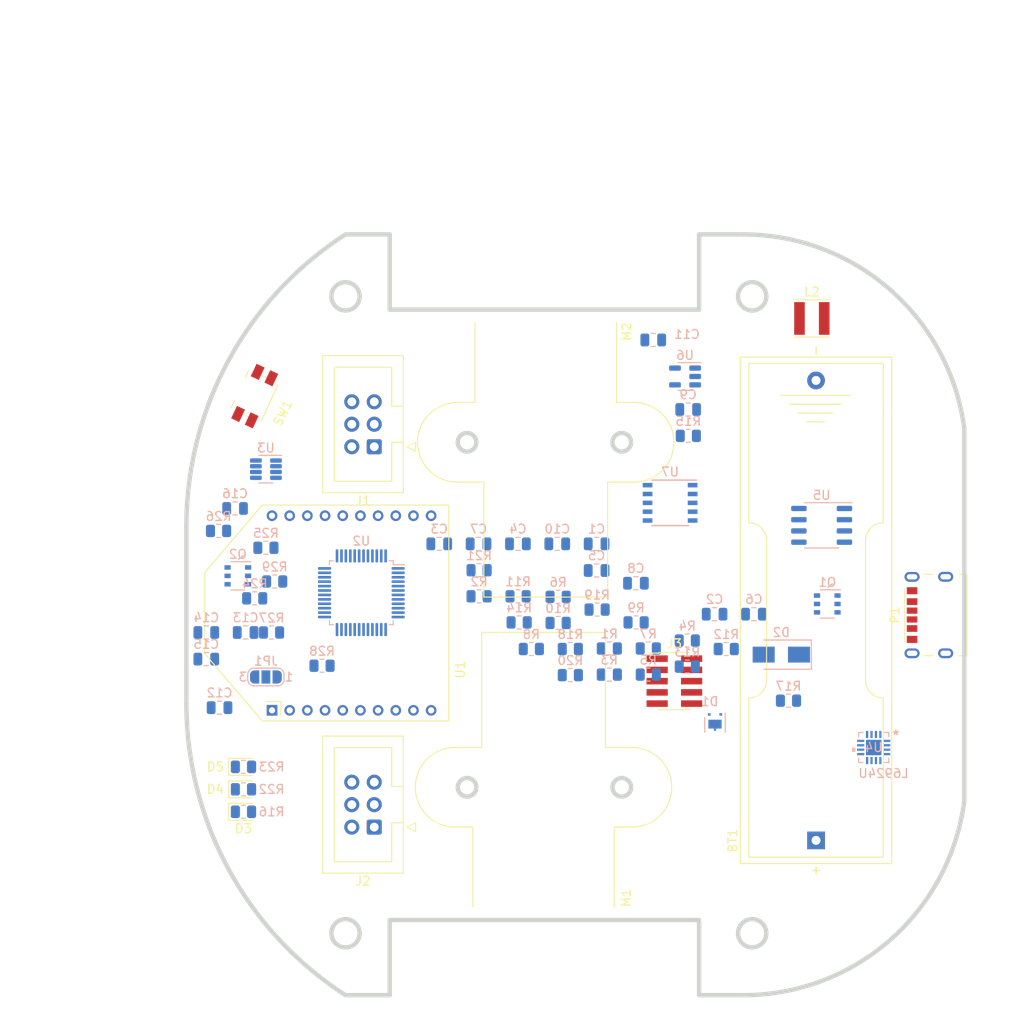
<source format=kicad_pcb>
(kicad_pcb (version 20211014) (generator pcbnew)
  (layers (0 "F.Cu" signal) (31 "B.Cu" signal) (34 "B.Paste" user) (35 "F.Paste" user) (36 "B.SilkS" user "B.Silkscreen") (37 "F.SilkS" user "F.Silkscreen") (38 "B.Mask" user) (39 "F.Mask" user) (44 "Edge.Cuts" user))
  (net 0 "")
  (net 1 "+BATT")
  (net 2 "GND")
  (net 3 "Net-(C1-Pad1)")
  (net 4 "Net-(C2-Pad1)")
  (net 5 "VBUS")
  (net 6 "Net-(C4-Pad1)")
  (net 7 "Net-(C5-Pad1)")
  (net 8 "Net-(C5-Pad2)")
  (net 9 "+2V5")
  (net 10 "+5V")
  (net 11 "Net-(D1-Pad2)")
  (net 12 "Net-(C9-Pad1)")
  (net 15 "Net-(Q1-Pad3)")
  (net 16 "Net-(D2-Pad2)")
  (net 17 "/Cpu/RESET")
  (net 18 "Net-(J2-Pad3)")
  (net 19 "Net-(R2-Pad2)")
  (net 20 "Net-(R7-Pad1)")
  (net 21 "Net-(R7-Pad2)")
  (net 22 "Net-(R10-Pad1)")
  (net 23 "Net-(R12-Pad1)")
  (net 24 "Net-(R13-Pad1)")
  (net 25 "Net-(R14-Pad1)")
  (net 26 "Net-(R21-Pad1)")
  (net 27 "/Cpu/OUTGAUCHE_A")
  (net 28 "/Cpu/OUTGAUCHE_B")
  (net 29 "/Cpu/OUTDROIT_A")
  (net 31 "/Cpu/OUTDROIT_B")
  (net 34 "Net-(SW1-Pad2)")
  (net 36 "Net-(D3-Pad2)")
  (net 40 "Net-(D4-Pad2)")
  (net 47 "Net-(D5-Pad2)")
  (net 48 "/Cpu/ENCGAUCHE_A")
  (net 49 "/Cpu/ENCGAUCHE_B")
  (net 50 "/Cpu/ENCDROIT_A")
  (net 51 "/Cpu/ENCDROIT_B")
  (net 52 "/Cpu/LED_ROUGE")
  (net 53 "/Cpu/LED_ORANGE")
  (net 54 "/Cpu/LED_VERTE")
  (net 55 "/Cpu/USART_RX")
  (net 62 "/Cpu/USART_TX")
  (net 63 "/Cpu/XBEE_RESET")
  (net 67 "Net-(JP1-Pad2)")
  (net 70 "Net-(Q2-Pad3)")
  (net 71 "/Cpu/CHARGER_ST1")
  (net 73 "/Cpu/SHUTDOWN")
  (net 74 "/Cpu/CHARGER_ST2")
  (net 75 "/Cpu/PWM_GAUCHE_A")
  (net 76 "/Cpu/PWM_GAUCHE_B")
  (net 77 "/Cpu/BUTTON_SENSE")
  (net 78 "/Cpu/USB_SENSE")
  (net 79 "/Cpu/BATTERY_SENSE")
  (net 80 "/Cpu/SHUTDOWN_ENC")
  (net 81 "Net-(U2-Pad44)")
  (net 86 "/Cpu/SWDIO")
  (net 87 "/Cpu/PWM_DROIT_A")
  (net 88 "/Cpu/PWM_DROIT_B")
  (net 89 "/Cpu/SWCLK")
  (net 90 "/Cpu/SHUTDOWN_5V")
  (net 92 "Net-(C6-Pad1)")
  (footprint "INSA:Motor Pololu HPCB with encoder" (layer "F.Cu") (at 150.15 150 90)
    (fp_text reference "M1" (at 12 9.35 90 unlocked) (layer "F.SilkS"))
    (fp_text value "Motor")
  )
  (footprint "Button_Switch_SMD:Panasonic_EVQPUJ_EVQPUA" (layer "F.Cu") (at 117.475 81.28 65)
    (fp_text reference "SW1" (at -0.384703 3.682615 65) (layer "F.SilkS"))
    (fp_text value "SW_Push")
    (pad "1" smd rect locked (at 2.625 -0.85 245) (size 1.55 1) (layers "F.Cu" "F.Paste" "F.Mask") (net 2 "GND"))
    (pad "1" smd rect locked (at -2.625 -0.85 245) (size 1.55 1) (layers "F.Cu" "F.Paste" "F.Mask") (net 2 "GND"))
    (pad "2" smd rect locked (at 2.625 0.85 245) (size 1.55 1) (layers "F.Cu" "F.Paste" "F.Mask") (net 34 "Net-(SW1-Pad2)"))
    (pad "2" smd rect locked (at -2.625 0.85 245) (size 1.55 1) (layers "F.Cu" "F.Paste" "F.Mask") (net 34 "Net-(SW1-Pad2)"))
  )
  (footprint "Connector_IDC:IDC-Header_2x03_P2.54mm_Vertical" (layer "F.Cu") (at 131 87 180)
    (fp_text reference "J1" (at 1.27 -6.1) (layer "F.SilkS"))
    (fp_text value "Conn_02x03_Odd_Even")
    (pad "1" thru_hole roundrect locked (at 0 0 180) (size 1.7 1.7) (drill 1) (layers *.Cu *.Mask) (roundrect_rratio 0.147059) (net 27 "/Cpu/OUTGAUCHE_A"))
    (pad "2" thru_hole circle locked (at 2.54 0 180) (size 1.7 1.7) (drill 1) (layers *.Cu *.Mask) (net 28 "/Cpu/OUTGAUCHE_B"))
    (pad "3" thru_hole circle locked (at 0 2.54 180) (size 1.7 1.7) (drill 1) (layers *.Cu *.Mask) (net 18 "Net-(J2-Pad3)"))
    (pad "4" thru_hole circle locked (at 2.54 2.54 180) (size 1.7 1.7) (drill 1) (layers *.Cu *.Mask) (net 48 "/Cpu/ENCGAUCHE_A"))
    (pad "5" thru_hole circle locked (at 0 5.08 180) (size 1.7 1.7) (drill 1) (layers *.Cu *.Mask) (net 49 "/Cpu/ENCGAUCHE_B"))
    (pad "6" thru_hole circle locked (at 2.54 5.08 180) (size 1.7 1.7) (drill 1) (layers *.Cu *.Mask) (net 2 "GND"))
  )
  (footprint "Diode_SMD:D_0805_2012Metric" (layer "F.Cu") (at 116.205 123.19)
    (fp_text reference "D5" (at -3.175 0) (layer "F.SilkS"))
    (fp_text value "LED")
    (pad "1" smd roundrect (at -0.9375 0) (size 0.975 1.4) (layers "F.Cu" "F.Paste" "F.Mask") (net 2 "GND"))
    (pad "2" smd roundrect (at 0.9375 0) (size 0.975 1.4) (layers "F.Cu" "F.Paste" "F.Mask") (net 47 "Net-(D5-Pad2)"))
  )
  (footprint "INSA:Motor Pololu HPCB with encoder" (layer "F.Cu") (at 150.4 62 -90)
    (fp_text reference "M2" (at 12 -9.15 90 unlocked) (layer "F.SilkS"))
    (fp_text value "Motor")
  )
  (footprint "Battery:BatteryHolder_Keystone_2460_1xAA" (layer "F.Cu") (at 180.975 131.5 90)
    (fp_text reference "BT1" (at -0.02 -9.42 90) (layer "F.SilkS"))
    (fp_text value "Li-ION")
    (fp_text user "+" (at -3.4 -0.06 90) (layer "F.SilkS"))
    (fp_text user "-" (at 55.37 -0.06 90) (layer "F.SilkS"))
    (pad "" np_thru_hole circle locked (at 49.23 5.995 90) (size 2.64 2.64) (drill 2.64) (layers *.Cu *.Mask))
    (pad "" np_thru_hole circle locked (at 2.75 -5.995 180) (size 2.64 2.64) (drill 2.64) (layers *.Cu *.Mask))
    (pad "1" thru_hole rect locked (at 0 0 270) (size 2 2) (drill 1.02) (layers *.Cu *.Mask) (net 1 "+BATT"))
    (pad "2" thru_hole circle locked (at 51.99 0 270) (size 2 2) (drill 1.02) (layers *.Cu *.Mask) (net 2 "GND"))
  )
  (footprint "Connector_IDC:IDC-Header_2x03_P2.54mm_Vertical" (layer "F.Cu") (at 131 130 180)
    (fp_text reference "J2" (at 1.27 -6.1) (layer "F.SilkS"))
    (fp_text value "Conn_02x03_Odd_Even")
    (pad "1" thru_hole roundrect locked (at 0 0 180) (size 1.7 1.7) (drill 1) (layers *.Cu *.Mask) (roundrect_rratio 0.147059) (net 29 "/Cpu/OUTDROIT_A"))
    (pad "2" thru_hole circle locked (at 2.54 0 180) (size 1.7 1.7) (drill 1) (layers *.Cu *.Mask) (net 31 "/Cpu/OUTDROIT_B"))
    (pad "3" thru_hole circle locked (at 0 2.54 180) (size 1.7 1.7) (drill 1) (layers *.Cu *.Mask) (net 18 "Net-(J2-Pad3)"))
    (pad "4" thru_hole circle locked (at 2.54 2.54 180) (size 1.7 1.7) (drill 1) (layers *.Cu *.Mask) (net 50 "/Cpu/ENCDROIT_A"))
    (pad "5" thru_hole circle locked (at 0 5.08 180) (size 1.7 1.7) (drill 1) (layers *.Cu *.Mask) (net 51 "/Cpu/ENCDROIT_B"))
    (pad "6" thru_hole circle locked (at 2.54 5.08 180) (size 1.7 1.7) (drill 1) (layers *.Cu *.Mask) (net 2 "GND"))
  )
  (footprint "INSA:USB_C_Receptacle_GCT_USB4125" (layer "F.Cu") (at 191.155 110.5 90)
    (fp_text reference "P1" (at 4.475 -1.25 90) (layer "F.SilkS"))
    (fp_text value "USB_C_Plug_GCT_USB4125")
    (pad "A5" smd rect locked (at 3.97 0.68 90) (size 0.7 1.2) (layers "F.Cu" "F.Paste" "F.Mask"))
    (pad "A9" smd rect locked (at 5.99 0.68 90) (size 0.76 1.2) (layers "F.Cu" "F.Paste" "F.Mask") (net 5 "VBUS"))
    (pad "A12" smd rect locked (at 7.22 0.68 90) (size 0.8 1.2) (layers "F.Cu" "F.Paste" "F.Mask") (net 2 "GND"))
    (pad "B5" smd rect locked (at 4.97 0.68 90) (size 0.7 1.2) (layers "F.Cu" "F.Paste" "F.Mask"))
    (pad "B9" smd rect locked (at 2.95 0.68 90) (size 0.76 1.2) (layers "F.Cu" "F.Paste" "F.Mask") (net 5 "VBUS"))
    (pad "B12" smd rect locked (at 1.72 0.68 90) (size 0.8 1.2) (layers "F.Cu" "F.Paste" "F.Mask") (net 2 "GND"))
    (pad "S1" thru_hole oval locked (at 8.79 0.68 90) (size 1.1 1.7) (drill oval 0.6 1.2) (layers *.Cu *.Mask) (net 2 "GND"))
    (pad "S1" thru_hole oval locked (at 0.15 4.48 90) (size 1.1 1.7) (drill oval 0.6 1.2) (layers *.Cu *.Mask) (net 2 "GND"))
    (pad "S1" thru_hole oval locked (at 8.8 4.48 90) (size 1.1 1.7) (drill oval 0.6 1.2) (layers *.Cu *.Mask) (net 2 "GND"))
    (pad "S1" thru_hole oval locked (at 0.15 0.68 90) (size 1.1 1.7) (drill oval 0.6 1.2) (layers *.Cu *.Mask) (net 2 "GND"))
  )
  (footprint "Connector_PinHeader_1.27mm:PinHeader_2x05_P1.27mm_Vertical_SMD" (layer "F.Cu") (at 164.95 113.5)
    (fp_text reference "J3" (at 0 -4.235) (layer "F.SilkS"))
    (fp_text value "Conn_02x05_Odd_Even")
    (pad "1" smd rect (at -1.95 -2.54) (size 2.4 0.74) (layers "F.Cu" "F.Paste" "F.Mask") (net 9 "+2V5"))
    (pad "2" smd rect (at 1.95 -2.54) (size 2.4 0.74) (layers "F.Cu" "F.Paste" "F.Mask") (net 86 "/Cpu/SWDIO"))
    (pad "3" smd rect (at -1.95 -1.27) (size 2.4 0.74) (layers "F.Cu" "F.Paste" "F.Mask") (net 2 "GND"))
    (pad "4" smd rect (at 1.95 -1.27) (size 2.4 0.74) (layers "F.Cu" "F.Paste" "F.Mask") (net 89 "/Cpu/SWCLK"))
    (pad "5" smd rect (at -1.95 0) (size 2.4 0.74) (layers "F.Cu" "F.Paste" "F.Mask") (net 2 "GND"))
    (pad "6" smd rect (at 1.95 0) (size 2.4 0.74) (layers "F.Cu" "F.Paste" "F.Mask"))
    (pad "7" smd rect (at -1.95 1.27) (size 2.4 0.74) (layers "F.Cu" "F.Paste" "F.Mask"))
    (pad "8" smd rect (at 1.95 1.27) (size 2.4 0.74) (layers "F.Cu" "F.Paste" "F.Mask"))
    (pad "9" smd rect (at -1.95 2.54) (size 2.4 0.74) (layers "F.Cu" "F.Paste" "F.Mask") (net 2 "GND"))
    (pad "10" smd rect (at 1.95 2.54) (size 2.4 0.74) (layers "F.Cu" "F.Paste" "F.Mask") (net 17 "/Cpu/RESET"))
  )
  (footprint "Inductor_SMD:L_Taiyo-Yuden_MD-4040" (layer "F.Cu") (at 180.5 72.5)
    (fp_text reference "L2" (at 0 -3) (layer "F.SilkS"))
    (fp_text value "22µH")
    (pad "1" smd rect (at -1.4 0) (size 1.2 3.7) (layers "F.Cu" "F.Paste" "F.Mask") (net 92 "Net-(C6-Pad1)"))
    (pad "2" smd rect (at 1.4 0) (size 1.2 3.7) (layers "F.Cu" "F.Paste" "F.Mask") (net 16 "Net-(D2-Pad2)"))
  )
  (footprint "INSA:XBEE-3-TH" (layer "F.Cu") (at 139.435 118 90)
    (fp_text reference "U1" (at 5.8 1.3 90 unlocked) (layer "F.SilkS"))
    (fp_text value "XBEE-3")
    (pad "1" thru_hole rect locked (at 1.2 -20 90) (size 1.2 1.2) (drill 0.7) (layers *.Cu *.Mask) (net 9 "+2V5"))
    (pad "2" thru_hole circle locked (at 1.2 -18 90) (size 1.2 1.2) (drill 0.7) (layers *.Cu *.Mask) (net 55 "/Cpu/USART_RX"))
    (pad "3" thru_hole circle locked (at 1.2 -16 90) (size 1.2 1.2) (drill 0.7) (layers *.Cu *.Mask) (net 62 "/Cpu/USART_TX"))
    (pad "4" thru_hole circle locked (at 1.2 -14 90) (size 1.2 1.2) (drill 0.7) (layers *.Cu *.Mask))
    (pad "5" thru_hole circle locked (at 1.2 -12 90) (size 1.2 1.2) (drill 0.7) (layers *.Cu *.Mask) (net 63 "/Cpu/XBEE_RESET"))
    (pad "6" thru_hole circle locked (at 1.2 -10 90) (size 1.2 1.2) (drill 0.7) (layers *.Cu *.Mask))
    (pad "7" thru_hole circle locked (at 1.2 -8 90) (size 1.2 1.2) (drill 0.7) (layers *.Cu *.Mask))
    (pad "8" thru_hole circle locked (at 1.2 -6 90) (size 1.2 1.2) (drill 0.7) (layers *.Cu *.Mask))
    (pad "9" thru_hole circle locked (at 1.2 -4 90) (size 1.2 1.2) (drill 0.7) (layers *.Cu *.Mask))
    (pad "10" thru_hole circle locked (at 1.2 -2 90) (size 1.2 1.2) (drill 0.7) (layers *.Cu *.Mask) (net 2 "GND"))
    (pad "11" thru_hole circle locked (at 23.2 -2 90) (size 1.2 1.2) (drill 0.7) (layers *.Cu *.Mask))
    (pad "12" thru_hole circle locked (at 23.2 -4 90) (size 1.2 1.2) (drill 0.7) (layers *.Cu *.Mask))
    (pad "13" thru_hole circle locked (at 23.2 -6 90) (size 1.2 1.2) (drill 0.7) (layers *.Cu *.Mask))
    (pad "14" thru_hole circle locked (at 23.2 -8 90) (size 1.2 1.2) (drill 0.7) (layers *.Cu *.Mask))
    (pad "15" thru_hole circle locked (at 23.2 -10 90) (size 1.2 1.2) (drill 0.7) (layers *.Cu *.Mask))
    (pad "16" thru_hole circle locked (at 23.2 -12 90) (size 1.2 1.2) (drill 0.7) (layers *.Cu *.Mask))
    (pad "17" thru_hole circle locked (at 23.2 -14 90) (size 1.2 1.2) (drill 0.7) (layers *.Cu *.Mask))
    (pad "18" thru_hole circle locked (at 23.2 -16 90) (size 1.2 1.2) (drill 0.7) (layers *.Cu *.Mask))
    (pad "19" thru_hole circle locked (at 23.2 -18 90) (size 1.2 1.2) (drill 0.7) (layers *.Cu *.Mask))
    (pad "20" thru_hole circle locked (at 23.2 -20 90) (size 1.2 1.2) (drill 0.7) (layers *.Cu *.Mask))
  )
  (footprint "Diode_SMD:D_0805_2012Metric" (layer "F.Cu") (at 116.205 125.73)
    (fp_text reference "D4" (at -3.175 0) (layer "F.SilkS"))
    (fp_text value "LED")
    (pad "1" smd roundrect (at -0.9375 0) (size 0.975 1.4) (layers "F.Cu" "F.Paste" "F.Mask") (net 2 "GND"))
    (pad "2" smd roundrect (at 0.9375 0) (size 0.975 1.4) (layers "F.Cu" "F.Paste" "F.Mask") (net 40 "Net-(D4-Pad2)"))
  )
  (footprint "Diode_SMD:D_0805_2012Metric" (layer "F.Cu") (at 116.205 128.27)
    (fp_text reference "D3" (at 0 1.905) (layer "F.SilkS"))
    (fp_text value "LED")
    (pad "1" smd roundrect (at -0.9375 0) (size 0.975 1.4) (layers "F.Cu" "F.Paste" "F.Mask") (net 2 "GND"))
    (pad "2" smd roundrect (at 0.9375 0) (size 0.975 1.4) (layers "F.Cu" "F.Paste" "F.Mask") (net 36 "Net-(D3-Pad2)"))
  )
  (footprint "Resistor_SMD:R_0805_2012Metric" (layer "B.Cu") (at 151.8 106.92 180)
    (fp_text reference "R10" (at 0 1.65) (layer "B.SilkS") (effects (justify mirror)))
    (fp_text value "3.72K")
    (pad "1" smd roundrect (at -0.9125 0 180) (size 1.025 1.4) (layers "B.Cu" "B.Paste" "B.Mask") (roundrect_rratio 0.243902) (net 22 "Net-(R10-Pad1)"))
    (pad "2" smd roundrect (at 0.9125 0 180) (size 1.025 1.4) (layers "B.Cu" "B.Paste" "B.Mask") (roundrect_rratio 0.243902) (net 10 "+5V"))
  )
  (footprint "Package_QFP:LQFP-48_7x7mm_P0.5mm" (layer "B.Cu") (at 129.54 103.505 180)
    (fp_text reference "U2" (at 0 5.85) (layer "B.SilkS") (effects (justify mirror)))
    (fp_text value "STM32L010C6Tx")
    (pad "1" smd roundrect (at -4.1625 2.75 180) (size 1.475 0.3) (layers "B.Cu" "B.Paste" "B.Mask") (net 48 "/Cpu/ENCGAUCHE_A"))
    (pad "2" smd roundrect (at -4.1625 2.25 180) (size 1.475 0.3) (layers "B.Cu" "B.Paste" "B.Mask"))
    (pad "3" smd roundrect (at -4.1625 1.75 180) (size 1.475 0.3) (layers "B.Cu" "B.Paste" "B.Mask"))
    (pad "4" smd roundrect (at -4.1625 1.25 180) (size 1.475 0.3) (layers "B.Cu" "B.Paste" "B.Mask"))
    (pad "5" smd roundrect (at -4.1625 0.75 180) (size 1.475 0.3) (layers "B.Cu" "B.Paste" "B.Mask"))
    (pad "6" smd roundrect (at -4.1625 0.25 180) (size 1.475 0.3) (layers "B.Cu" "B.Paste" "B.Mask"))
    (pad "7" smd roundrect (at -4.1625 -0.25 180) (size 1.475 0.3) (layers "B.Cu" "B.Paste" "B.Mask") (net 17 "/Cpu/RESET"))
    (pad "8" smd roundrect (at -4.1625 -0.75 180) (size 1.475 0.3) (layers "B.Cu" "B.Paste" "B.Mask") (net 2 "GND"))
    (pad "9" smd roundrect (at -4.1625 -1.25 180) (size 1.475 0.3) (layers "B.Cu" "B.Paste" "B.Mask") (net 9 "+2V5"))
    (pad "10" smd roundrect (at -4.1625 -1.75 180) (size 1.475 0.3) (layers "B.Cu" "B.Paste" "B.Mask") (net 79 "/Cpu/BATTERY_SENSE"))
    (pad "11" smd roundrect (at -4.1625 -2.25 180) (size 1.475 0.3) (layers "B.Cu" "B.Paste" "B.Mask") (net 76 "/Cpu/PWM_GAUCHE_B"))
    (pad "12" smd roundrect (at -4.1625 -2.75 180) (size 1.475 0.3) (layers "B.Cu" "B.Paste" "B.Mask") (net 50 "/Cpu/ENCDROIT_A"))
    (pad "13" smd roundrect (at -2.75 -4.1625 180) (size 0.3 1.475) (layers "B.Cu" "B.Paste" "B.Mask") (net 51 "/Cpu/ENCDROIT_B"))
    (pad "14" smd roundrect (at -2.25 -4.1625 180) (size 0.3 1.475) (layers "B.Cu" "B.Paste" "B.Mask"))
    (pad "15" smd roundrect (at -1.75 -4.1625 180) (size 0.3 1.475) (layers "B.Cu" "B.Paste" "B.Mask") (net 49 "/Cpu/ENCGAUCHE_B"))
    (pad "16" smd roundrect (at -1.25 -4.1625 180) (size 0.3 1.475) (layers "B.Cu" "B.Paste" "B.Mask"))
    (pad "17" smd roundrect (at -0.75 -4.1625 180) (size 0.3 1.475) (layers "B.Cu" "B.Paste" "B.Mask"))
    (pad "18" smd roundrect (at -0.25 -4.1625 180) (size 0.3 1.475) (layers "B.Cu" "B.Paste" "B.Mask") (net 87 "/Cpu/PWM_DROIT_A"))
    (pad "19" smd roundrect (at 0.25 -4.1625 180) (size 0.3 1.475) (layers "B.Cu" "B.Paste" "B.Mask") (net 88 "/Cpu/PWM_DROIT_B"))
    (pad "20" smd roundrect (at 0.75 -4.1625 180) (size 0.3 1.475) (layers "B.Cu" "B.Paste" "B.Mask"))
    (pad "21" smd roundrect (at 1.25 -4.1625 180) (size 0.3 1.475) (layers "B.Cu" "B.Paste" "B.Mask") (net 62 "/Cpu/USART_TX"))
    (pad "22" smd roundrect (at 1.75 -4.1625 180) (size 0.3 1.475) (layers "B.Cu" "B.Paste" "B.Mask") (net 55 "/Cpu/USART_RX"))
    (pad "23" smd roundrect (at 2.25 -4.1625 180) (size 0.3 1.475) (layers "B.Cu" "B.Paste" "B.Mask") (net 2 "GND"))
    (pad "24" smd roundrect (at 2.75 -4.1625 180) (size 0.3 1.475) (layers "B.Cu" "B.Paste" "B.Mask") (net 9 "+2V5"))
    (pad "25" smd roundrect (at 4.1625 -2.75 180) (size 1.475 0.3) (layers "B.Cu" "B.Paste" "B.Mask") (net 52 "/Cpu/LED_ROUGE"))
    (pad "26" smd roundrect (at 4.1625 -2.25 180) (size 1.475 0.3) (layers "B.Cu" "B.Paste" "B.Mask") (net 53 "/Cpu/LED_ORANGE"))
    (pad "27" smd roundrect (at 4.1625 -1.75 180) (size 1.475 0.3) (layers "B.Cu" "B.Paste" "B.Mask") (net 54 "/Cpu/LED_VERTE"))
    (pad "28" smd roundrect (at 4.1625 -1.25 180) (size 1.475 0.3) (layers "B.Cu" "B.Paste" "B.Mask") (net 80 "/Cpu/SHUTDOWN_ENC"))
    (pad "29" smd roundrect (at 4.1625 -0.75 180) (size 1.475 0.3) (layers "B.Cu" "B.Paste" "B.Mask") (net 75 "/Cpu/PWM_GAUCHE_A"))
    (pad "30" smd roundrect (at 4.1625 -0.25 180) (size 1.475 0.3) (layers "B.Cu" "B.Paste" "B.Mask"))
    (pad "31" smd roundrect (at 4.1625 0.25 180) (size 1.475 0.3) (layers "B.Cu" "B.Paste" "B.Mask"))
    (pad "32" smd roundrect (at 4.1625 0.75 180) (size 1.475 0.3) (layers "B.Cu" "B.Paste" "B.Mask"))
    (pad "33" smd roundrect (at 4.1625 1.25 180) (size 1.475 0.3) (layers "B.Cu" "B.Paste" "B.Mask"))
    (pad "34" smd roundrect (at 4.1625 1.75 180) (size 1.475 0.3) (layers "B.Cu" "B.Paste" "B.Mask") (net 86 "/Cpu/SWDIO"))
    (pad "35" smd roundrect (at 4.1625 2.25 180) (size 1.475 0.3) (layers "B.Cu" "B.Paste" "B.Mask") (net 2 "GND"))
    (pad "36" smd roundrect (at 4.1625 2.75 180) (size 1.475 0.3) (layers "B.Cu" "B.Paste" "B.Mask") (net 9 "+2V5"))
    (pad "37" smd roundrect (at 2.75 4.1625 180) (size 0.3 1.475) (layers "B.Cu" "B.Paste" "B.Mask") (net 89 "/Cpu/SWCLK"))
    (pad "38" smd roundrect (at 2.25 4.1625 180) (size 0.3 1.475) (layers "B.Cu" "B.Paste" "B.Mask") (net 63 "/Cpu/XBEE_RESET"))
    (pad "39" smd roundrect (at 1.75 4.1625 180) (size 0.3 1.475) (layers "B.Cu" "B.Paste" "B.Mask") (net 77 "/Cpu/BUTTON_SENSE"))
    (pad "40" smd roundrect (at 1.25 4.1625 180) (size 0.3 1.475) (layers "B.Cu" "B.Paste" "B.Mask") (net 78 "/Cpu/USB_SENSE"))
    (pad "41" smd roundrect (at 0.75 4.1625 180) (size 0.3 1.475) (layers "B.Cu" "B.Paste" "B.Mask"))
    (pad "42" smd roundrect (at 0.25 4.1625 180) (size 0.3 1.475) (layers "B.Cu" "B.Paste" "B.Mask") (net 74 "/Cpu/CHARGER_ST2"))
    (pad "43" smd roundrect (at -0.25 4.1625 180) (size 0.3 1.475) (layers "B.Cu" "B.Paste" "B.Mask") (net 71 "/Cpu/CHARGER_ST1"))
    (pad "44" smd roundrect (at -0.75 4.1625 180) (size 0.3 1.475) (layers "B.Cu" "B.Paste" "B.Mask") (net 81 "Net-(U2-Pad44)"))
    (pad "45" smd roundrect (at -1.25 4.1625 180) (size 0.3 1.475) (layers "B.Cu" "B.Paste" "B.Mask") (net 90 "/Cpu/SHUTDOWN_5V"))
    (pad "46" smd roundrect (at -1.75 4.1625 180) (size 0.3 1.475) (layers "B.Cu" "B.Paste" "B.Mask") (net 73 "/Cpu/SHUTDOWN"))
    (pad "47" smd roundrect (at -2.25 4.1625 180) (size 0.3 1.475) (layers "B.Cu" "B.Paste" "B.Mask") (net 2 "GND"))
    (pad "48" smd roundrect (at -2.75 4.1625 180) (size 0.3 1.475) (layers "B.Cu" "B.Paste" "B.Mask") (net 9 "+2V5"))
  )
  (footprint "Capacitor_SMD:C_0805_2012Metric" (layer "B.Cu") (at 147.25 97.98 180)
    (fp_text reference "C4" (at 0 1.68) (layer "B.SilkS") (effects (justify mirror)))
    (fp_text value "10nF")
    (pad "1" smd roundrect (at -0.95 0 180) (size 1 1.45) (layers "B.Cu" "B.Paste" "B.Mask") (net 6 "Net-(C4-Pad1)"))
    (pad "2" smd roundrect (at 0.95 0 180) (size 1 1.45) (layers "B.Cu" "B.Paste" "B.Mask") (net 2 "GND"))
  )
  (footprint "Resistor_SMD:R_0805_2012Metric" (layer "B.Cu") (at 162 109.81 180)
    (fp_text reference "R7" (at 0 1.65) (layer "B.SilkS") (effects (justify mirror)))
    (fp_text value "1K")
    (pad "1" smd roundrect (at -0.9125 0 180) (size 1.025 1.4) (layers "B.Cu" "B.Paste" "B.Mask") (roundrect_rratio 0.243902) (net 20 "Net-(R7-Pad1)"))
    (pad "2" smd roundrect (at 0.9125 0 180) (size 1.025 1.4) (layers "B.Cu" "B.Paste" "B.Mask") (roundrect_rratio 0.243902) (net 21 "Net-(R7-Pad2)"))
  )
  (footprint "Resistor_SMD:R_0805_2012Metric" (layer "B.Cu") (at 177.86 115.71 180)
    (fp_text reference "R17" (at 0 1.65) (layer "B.SilkS") (effects (justify mirror)))
    (fp_text value "150K")
    (pad "1" smd roundrect (at -0.9125 0 180) (size 1.025 1.4) (layers "B.Cu" "B.Paste" "B.Mask") (roundrect_rratio 0.243902) (net 5 "VBUS"))
    (pad "2" smd roundrect (at 0.9125 0 180) (size 1.025 1.4) (layers "B.Cu" "B.Paste" "B.Mask") (roundrect_rratio 0.243902) (net 78 "/Cpu/USB_SENSE"))
  )
  (footprint "Capacitor_SMD:C_0805_2012Metric" (layer "B.Cu") (at 173.95 105.93 180)
    (fp_text reference "C6" (at 0 1.68) (layer "B.SilkS") (effects (justify mirror)))
    (fp_text value "1µF")
    (pad "1" smd roundrect (at -0.95 0 180) (size 1 1.45) (layers "B.Cu" "B.Paste" "B.Mask") (net 92 "Net-(C6-Pad1)"))
    (pad "2" smd roundrect (at 0.95 0 180) (size 1 1.45) (layers "B.Cu" "B.Paste" "B.Mask") (net 2 "GND"))
  )
  (footprint "Resistor_SMD:R_0805_2012Metric" (layer "B.Cu") (at 157.59 112.76 180)
    (fp_text reference "R3" (at 0 1.65) (layer "B.SilkS") (effects (justify mirror)))
    (fp_text value "1K")
    (pad "1" smd roundrect (at -0.9125 0 180) (size 1.025 1.4) (layers "B.Cu" "B.Paste" "B.Mask") (roundrect_rratio 0.243902) (net 9 "+2V5"))
    (pad "2" smd roundrect (at 0.9125 0 180) (size 1.025 1.4) (layers "B.Cu" "B.Paste" "B.Mask") (roundrect_rratio 0.243902) (net 71 "/Cpu/CHARGER_ST1"))
  )
  (footprint "Package_TO_SOT_SMD:SOT-23-8" (layer "B.Cu") (at 118.745 89.535 180)
    (fp_text reference "U3" (at 0 2.4) (layer "B.SilkS") (effects (justify mirror)))
    (fp_text value "LTC2954")
    (pad "1" smd roundrect (at -1.1375 0.975 180) (size 1.325 0.5) (layers "B.Cu" "B.Paste" "B.Mask") (net 2 "GND"))
    (pad "2" smd roundrect (at -1.1375 0.325 180) (size 1.325 0.5) (layers "B.Cu" "B.Paste" "B.Mask") (net 3 "Net-(C1-Pad1)"))
    (pad "3" smd roundrect (at -1.1375 -0.325 180) (size 1.325 0.5) (layers "B.Cu" "B.Paste" "B.Mask") (net 34 "Net-(SW1-Pad2)"))
    (pad "4" smd roundrect (at -1.1375 -0.975 180) (size 1.325 0.5) (layers "B.Cu" "B.Paste" "B.Mask") (net 1 "+BATT"))
    (pad "5" smd roundrect (at 1.1375 -0.975 180) (size 1.325 0.5) (layers "B.Cu" "B.Paste" "B.Mask") (net 73 "/Cpu/SHUTDOWN"))
    (pad "6" smd roundrect (at 1.1375 -0.325 180) (size 1.325 0.5) (layers "B.Cu" "B.Paste" "B.Mask") (net 4 "Net-(C2-Pad1)"))
    (pad "7" smd roundrect (at 1.1375 0.325 180) (size 1.325 0.5) (layers "B.Cu" "B.Paste" "B.Mask") (net 19 "Net-(R2-Pad2)"))
    (pad "8" smd roundrect (at 1.1375 0.975 180) (size 1.325 0.5) (layers "B.Cu" "B.Paste" "B.Mask") (net 77 "/Cpu/BUTTON_SENSE"))
  )
  (footprint "Package_SO:TSOP-6_1.65x3.05mm_P0.95mm" (layer "B.Cu") (at 115.57 101.6 180)
    (fp_text reference "Q2" (at 0 2.45) (layer "B.SilkS") (effects (justify mirror)))
    (fp_text value "PMN52XP")
    (pad "1" smd rect (at -1.16 0.95 180) (size 0.7 0.51) (layers "B.Cu" "B.Paste" "B.Mask") (net 18 "Net-(J2-Pad3)"))
    (pad "2" smd rect (at -1.16 0 180) (size 0.7 0.51) (layers "B.Cu" "B.Paste" "B.Mask") (net 18 "Net-(J2-Pad3)"))
    (pad "3" smd rect (at -1.16 -0.95 180) (size 0.7 0.51) (layers "B.Cu" "B.Paste" "B.Mask") (net 70 "Net-(Q2-Pad3)"))
    (pad "4" smd rect (at 1.16 -0.95 180) (size 0.7 0.51) (layers "B.Cu" "B.Paste" "B.Mask") (net 9 "+2V5"))
    (pad "5" smd rect (at 1.16 0 180) (size 0.7 0.51) (layers "B.Cu" "B.Paste" "B.Mask") (net 18 "Net-(J2-Pad3)"))
    (pad "6" smd rect (at 1.16 0.95 180) (size 0.7 0.51) (layers "B.Cu" "B.Paste" "B.Mask") (net 18 "Net-(J2-Pad3)"))
  )
  (footprint "Resistor_SMD:R_0805_2012Metric" (layer "B.Cu") (at 117.475 104.14 180)
    (fp_text reference "R24" (at 0 1.65) (layer "B.SilkS") (effects (justify mirror)))
    (fp_text value "100K")
    (pad "1" smd roundrect (at -0.9125 0 180) (size 1.025 1.4) (layers "B.Cu" "B.Paste" "B.Mask") (roundrect_rratio 0.243902) (net 9 "+2V5"))
    (pad "2" smd roundrect (at 0.9125 0 180) (size 1.025 1.4) (layers "B.Cu" "B.Paste" "B.Mask") (roundrect_rratio 0.243902) (net 70 "Net-(Q2-Pad3)"))
  )
  (footprint "Resistor_SMD:R_0805_2012Metric" (layer "B.Cu") (at 157.59 109.81 180)
    (fp_text reference "R1" (at 0 1.65) (layer "B.SilkS") (effects (justify mirror)))
    (fp_text value "100K")
    (pad "1" smd roundrect (at -0.9125 0 180) (size 1.025 1.4) (layers "B.Cu" "B.Paste" "B.Mask") (roundrect_rratio 0.243902) (net 1 "+BATT"))
    (pad "2" smd roundrect (at 0.9125 0 180) (size 1.025 1.4) (layers "B.Cu" "B.Paste" "B.Mask") (roundrect_rratio 0.243902) (net 15 "Net-(Q1-Pad3)"))
  )
  (footprint "Capacitor_SMD:C_0805_2012Metric" (layer "B.Cu") (at 142.8 97.98 180)
    (fp_text reference "C7" (at 0 1.68) (layer "B.SilkS") (effects (justify mirror)))
    (fp_text value "1µF")
    (pad "1" smd roundrect (at -0.95 0 180) (size 1 1.45) (layers "B.Cu" "B.Paste" "B.Mask") (net 1 "+BATT"))
    (pad "2" smd roundrect (at 0.95 0 180) (size 1 1.45) (layers "B.Cu" "B.Paste" "B.Mask") (net 2 "GND"))
  )
  (footprint "Resistor_SMD:R_0805_2012Metric" (layer "B.Cu") (at 116.205 128.27)
    (fp_text reference "R16" (at 3.175 0) (layer "B.SilkS") (effects (justify mirror)))
    (fp_text value "R")
    (pad "1" smd roundrect (at -0.9125 0) (size 1.025 1.4) (layers "B.Cu" "B.Paste" "B.Mask") (roundrect_rratio 0.243902) (net 52 "/Cpu/LED_ROUGE"))
    (pad "2" smd roundrect (at 0.9125 0) (size 1.025 1.4) (layers "B.Cu" "B.Paste" "B.Mask") (roundrect_rratio 0.243902) (net 36 "Net-(D3-Pad2)"))
  )
  (footprint "Resistor_SMD:R_0805_2012Metric" (layer "B.Cu") (at 166.41 111.86 180)
    (fp_text reference "R13" (at 0 1.65) (layer "B.SilkS") (effects (justify mirror)))
    (fp_text value "2.2K")
    (pad "1" smd roundrect (at -0.9125 0 180) (size 1.025 1.4) (layers "B.Cu" "B.Paste" "B.Mask") (roundrect_rratio 0.243902) (net 24 "Net-(R13-Pad1)"))
    (pad "2" smd roundrect (at 0.9125 0 180) (size 1.025 1.4) (layers "B.Cu" "B.Paste" "B.Mask") (roundrect_rratio 0.243902) (net 2 "GND"))
  )
  (footprint "Package_SO:SSOP-10_3.9x4.9mm_P1.00mm" (layer "B.Cu") (at 164.465 93.345 180)
    (fp_text reference "U7" (at 0 3.5) (layer "B.SilkS") (effects (justify mirror)))
    (fp_text value "A3909")
    (pad "1" smd rect (at -2.55 2 180) (size 1.1 0.51) (layers "B.Cu" "B.Paste" "B.Mask") (net 75 "/Cpu/PWM_GAUCHE_A"))
    (pad "2" smd rect (at -2.55 1 180) (size 1.1 0.51) (layers "B.Cu" "B.Paste" "B.Mask") (net 76 "/Cpu/PWM_GAUCHE_B"))
    (pad "3" smd rect (at -2.55 0 180) (size 1.1 0.51) (layers "B.Cu" "B.Paste" "B.Mask") (net 10 "+5V"))
    (pad "4" smd rect (at -2.55 -1 180) (size 1.1 0.51) (layers "B.Cu" "B.Paste" "B.Mask") (net 87 "/Cpu/PWM_DROIT_A"))
    (pad "5" smd rect (at -2.55 -2 180) (size 1.1 0.51) (layers "B.Cu" "B.Paste" "B.Mask") (net 88 "/Cpu/PWM_DROIT_B"))
    (pad "6" smd rect (at 2.55 -2 180) (size 1.1 0.51) (layers "B.Cu" "B.Paste" "B.Mask") (net 31 "/Cpu/OUTDROIT_B"))
    (pad "7" smd rect (at 2.55 -1 180) (size 1.1 0.51) (layers "B.Cu" "B.Paste" "B.Mask") (net 29 "/Cpu/OUTDROIT_A"))
    (pad "8" smd rect (at 2.55 0 180) (size 1.1 0.51) (layers "B.Cu" "B.Paste" "B.Mask") (net 2 "GND"))
    (pad "9" smd rect (at 2.55 1 180) (size 1.1 0.51) (layers "B.Cu" "B.Paste" "B.Mask") (net 28 "/Cpu/OUTGAUCHE_B"))
    (pad "10" smd rect (at 2.55 2 180) (size 1.1 0.51) (layers "B.Cu" "B.Paste" "B.Mask") (net 27 "/Cpu/OUTGAUCHE_A"))
  )
  (footprint "Resistor_SMD:R_0805_2012Metric" (layer "B.Cu") (at 142.86 100.96 180)
    (fp_text reference "R21" (at 0 1.65) (layer "B.SilkS") (effects (justify mirror)))
    (fp_text value "7,5K")
    (pad "1" smd roundrect (at -0.9125 0 180) (size 1.025 1.4) (layers "B.Cu" "B.Paste" "B.Mask") (roundrect_rratio 0.243902) (net 26 "Net-(R21-Pad1)"))
    (pad "2" smd roundrect (at 0.9125 0 180) (size 1.025 1.4) (layers "B.Cu" "B.Paste" "B.Mask") (roundrect_rratio 0.243902) (net 1 "+BATT"))
  )
  (footprint "Capacitor_SMD:C_0805_2012Metric" (layer "B.Cu") (at 138.35 97.98 180)
    (fp_text reference "C3" (at 0 1.68) (layer "B.SilkS") (effects (justify mirror)))
    (fp_text value "1µF")
    (pad "1" smd roundrect (at -0.95 0 180) (size 1 1.45) (layers "B.Cu" "B.Paste" "B.Mask") (net 5 "VBUS"))
    (pad "2" smd roundrect (at 0.95 0 180) (size 1 1.45) (layers "B.Cu" "B.Paste" "B.Mask") (net 2 "GND"))
  )
  (footprint "Resistor_SMD:R_0805_2012Metric" (layer "B.Cu") (at 142.86 103.91 180)
    (fp_text reference "R2" (at 0 1.65) (layer "B.SilkS") (effects (justify mirror)))
    (fp_text value "10R")
    (pad "1" smd roundrect (at -0.9125 0 180) (size 1.025 1.4) (layers "B.Cu" "B.Paste" "B.Mask") (roundrect_rratio 0.243902) (net 15 "Net-(Q1-Pad3)"))
    (pad "2" smd roundrect (at 0.9125 0 180) (size 1.025 1.4) (layers "B.Cu" "B.Paste" "B.Mask") (roundrect_rratio 0.243902) (net 19 "Net-(R2-Pad2)"))
  )
  (footprint "Jumper:SolderJumper-3_P1.3mm_Open_RoundedPad1.0x1.5mm_NumberLabels" (layer "B.Cu") (at 118.745 113.03 180)
    (fp_text reference "JP1" (at 0 1.8) (layer "B.SilkS") (effects (justify mirror)))
    (fp_text value "Jumper_3_Bridged12")
    (fp_text user "1" (at -2.6 0) (layer "B.SilkS") (effects (justify mirror)))
    (fp_text user "3" (at 2.6 0) (layer "B.SilkS") (effects (justify mirror)))
    (pad "1" smd custom (at -1.3 0 180) (size 1 0.5) (layers "B.Cu" "B.Mask") (net 2 "GND") (options (clearance outline) (anchor rect)) (primitives (gr_circle (center 0 -0.25) (end 0.5 -0.25) (width 0) (fill yes)) (gr_circle (center 0 0.25) (end 0.5 0.25) (width 0) (fill yes)) (gr_poly (pts (xy 0.55 -0.75) (xy 0 -0.75) (xy 0 0.75) (xy 0.55 0.75)) (width 0) (fill yes))))
    (pad "2" smd rect (at 0 0 180) (size 1 1.5) (layers "B.Cu" "B.Mask") (net 67 "Net-(JP1-Pad2)"))
    (pad "3" smd custom (at 1.3 0 180) (size 1 0.5) (layers "B.Cu" "B.Mask") (net 9 "+2V5") (options (clearance outline) (anchor rect)) (primitives (gr_circle (center 0 -0.25) (end 0.5 -0.25) (width 0) (fill yes)) (gr_circle (center 0 0.25) (end 0.5 0.25) (width 0) (fill yes)) (gr_poly (pts (xy 0 -0.75) (xy -0.55 -0.75) (xy -0.55 0.75) (xy 0 0.75)) (width 0) (fill yes))))
  )
  (footprint "Capacitor_SMD:C_0805_2012Metric" (layer "B.Cu") (at 160.6 102.43 180)
    (fp_text reference "C8" (at 0 1.68) (layer "B.SilkS") (effects (justify mirror)))
    (fp_text value "22µF")
    (pad "1" smd roundrect (at -0.95 0 180) (size 1 1.45) (layers "B.Cu" "B.Paste" "B.Mask") (net 92 "Net-(C6-Pad1)"))
    (pad "2" smd roundrect (at 0.95 0 180) (size 1 1.45) (layers "B.Cu" "B.Paste" "B.Mask") (net 2 "GND"))
  )
  (footprint "Diode_SMD:D_SMA" (layer "B.Cu") (at 177.05 110.5 180)
    (fp_text reference "D2" (at 0 2.5) (layer "B.SilkS") (effects (justify mirror)))
    (fp_text value "FM5818-W")
    (pad "1" smd rect (at -2 0 180) (size 2.5 1.8) (layers "B.Cu" "B.Paste" "B.Mask") (net 10 "+5V"))
    (pad "2" smd rect (at 2 0 180) (size 2.5 1.8) (layers "B.Cu" "B.Paste" "B.Mask") (net 16 "Net-(D2-Pad2)"))
  )
  (footprint "Resistor_SMD:R_0805_2012Metric" (layer "B.Cu") (at 162 112.76 180)
    (fp_text reference "R5" (at 0 1.65) (layer "B.SilkS") (effects (justify mirror)))
    (fp_text value "1K")
    (pad "1" smd roundrect (at -0.9125 0 180) (size 1.025 1.4) (layers "B.Cu" "B.Paste" "B.Mask") (roundrect_rratio 0.243902) (net 9 "+2V5"))
    (pad "2" smd roundrect (at 0.9125 0 180) (size 1.025 1.4) (layers "B.Cu" "B.Paste" "B.Mask") (roundrect_rratio 0.243902) (net 74 "/Cpu/CHARGER_ST2"))
  )
  (footprint "Resistor_SMD:R_0805_2012Metric" (layer "B.Cu") (at 147.27 103.91 180)
    (fp_text reference "R11" (at 0 1.65) (layer "B.SilkS") (effects (justify mirror)))
    (fp_text value "1.28K")
    (pad "1" smd roundrect (at -0.9125 0 180) (size 1.025 1.4) (layers "B.Cu" "B.Paste" "B.Mask") (roundrect_rratio 0.243902) (net 2 "GND"))
    (pad "2" smd roundrect (at 0.9125 0 180) (size 1.025 1.4) (layers "B.Cu" "B.Paste" "B.Mask") (roundrect_rratio 0.243902) (net 22 "Net-(R10-Pad1)"))
  )
  (footprint "Capacitor_SMD:C_0805_2012Metric" (layer "B.Cu") (at 156.15 100.99 180)
    (fp_text reference "C5" (at 0 1.68) (layer "B.SilkS") (effects (justify mirror)))
    (fp_text value "100nF")
    (pad "1" smd roundrect (at -0.95 0 180) (size 1 1.45) (layers "B.Cu" "B.Paste" "B.Mask") (net 7 "Net-(C5-Pad1)"))
    (pad "2" smd roundrect (at 0.95 0 180) (size 1 1.45) (layers "B.Cu" "B.Paste" "B.Mask") (net 8 "Net-(C5-Pad2)"))
  )
  (footprint "Resistor_SMD:R_0805_2012Metric" (layer "B.Cu") (at 153.18 109.87 180)
    (fp_text reference "R18" (at 0 1.65) (layer "B.SilkS") (effects (justify mirror)))
    (fp_text value "100K")
    (pad "1" smd roundrect (at -0.9125 0 180) (size 1.025 1.4) (layers "B.Cu" "B.Paste" "B.Mask") (roundrect_rratio 0.243902) (net 78 "/Cpu/USB_SENSE"))
    (pad "2" smd roundrect (at 0.9125 0 180) (size 1.025 1.4) (layers "B.Cu" "B.Paste" "B.Mask") (roundrect_rratio 0.243902) (net 2 "GND"))
  )
  (footprint "Resistor_SMD:R_0805_2012Metric" (layer "B.Cu") (at 156.21 105.41 180)
    (fp_text reference "R19" (at 0 1.65) (layer "B.SilkS") (effects (justify mirror)))
    (fp_text value "150K")
    (pad "1" smd roundrect (at -0.9125 0 180) (size 1.025 1.4) (layers "B.Cu" "B.Paste" "B.Mask") (roundrect_rratio 0.243902) (net 1 "+BATT"))
    (pad "2" smd roundrect (at 0.9125 0 180) (size 1.025 1.4) (layers "B.Cu" "B.Paste" "B.Mask") (roundrect_rratio 0.243902) (net 79 "/Cpu/BATTERY_SENSE"))
  )
  (footprint "Capacitor_SMD:C_0805_2012Metric" (layer "B.Cu") (at 116.45 108 180)
    (fp_text reference "C13" (at 0 1.68) (layer "B.SilkS") (effects (justify mirror)))
    (fp_text value "C")
    (pad "1" smd roundrect (at -0.95 0 180) (size 1 1.45) (layers "B.Cu" "B.Paste" "B.Mask") (net 9 "+2V5"))
    (pad "2" smd roundrect (at 0.95 0 180) (size 1 1.45) (layers "B.Cu" "B.Paste" "B.Mask") (net 2 "GND"))
  )
  (footprint "INSA:L6924UTR" (layer "B.Cu") (at 187.5 121 180)
    (fp_text reference "U4" (at 0 0) (layer "B.SilkS") (effects (justify mirror)))
    (fp_text value "L6924U" (at -1.1025 -2.925) (layer "B.SilkS") (effects (justify mirror)))
    (fp_text user "*" (at -2.5146 1.381) (layer "B.SilkS") (effects (justify mirror)))
    (fp_text user "*" (at -2.5146 1.381) (layer "B.SilkS") (effects (justify mirror)))
    (pad "1" smd rect locked (at -1.4732 0.750001 90) (size 0.254 0.8128) (layers "B.Cu" "B.Paste" "B.Mask") (net 5 "VBUS"))
    (pad "2" smd rect locked (at -1.4732 0.25 90) (size 0.254 0.8128) (layers "B.Cu" "B.Paste" "B.Mask") (net 5 "VBUS"))
    (pad "3" smd rect locked (at -1.4732 -0.25 90) (size 0.254 0.8128) (layers "B.Cu" "B.Paste" "B.Mask") (net 74 "/Cpu/CHARGER_ST2"))
    (pad "4" smd rect locked (at -1.4732 -0.750001 90) (size 0.254 0.8128) (layers "B.Cu" "B.Paste" "B.Mask") (net 71 "/Cpu/CHARGER_ST1"))
    (pad "5" smd rect locked (at -0.750001 -1.4732 180) (size 0.254 0.8128) (layers "B.Cu" "B.Paste" "B.Mask") (net 6 "Net-(C4-Pad1)"))
    (pad "6" smd rect locked (at -0.25 -1.4732 180) (size 0.254 0.8128) (layers "B.Cu" "B.Paste" "B.Mask") (net 2 "GND"))
    (pad "7" smd rect locked (at 0.25 -1.4732 180) (size 0.254 0.8128) (layers "B.Cu" "B.Paste" "B.Mask") (net 2 "GND"))
    (pad "8" smd rect locked (at 0.750001 -1.4732 180) (size 0.254 0.8128) (layers "B.Cu" "B.Paste" "B.Mask") (net 21 "Net-(R7-Pad2)"))
    (pad "9" smd rect locked (at 1.4732 -0.750001 90) (size 0.254 0.8128) (layers "B.Cu" "B.Paste" "B.Mask") (net 5 "VBUS"))
    (pad "10" smd rect locked (at 1.4732 -0.25 90) (size 0.254 0.8128) (layers "B.Cu" "B.Paste" "B.Mask") (net 26 "Net-(R21-Pad1)"))
    (pad "11" smd rect locked (at 1.4732 0.25 90) (size 0.254 0.8128) (layers "B.Cu" "B.Paste" "B.Mask") (net 1 "+BATT"))
    (pad "12" smd rect locked (at 1.4732 0.750001 90) (size 0.254 0.8128) (layers "B.Cu" "B.Paste" "B.Mask") (net 20 "Net-(R7-Pad1)"))
    (pad "13" smd rect locked (at 0.750001 1.4732 180) (size 0.254 0.8128) (layers "B.Cu" "B.Paste" "B.Mask") (net 24 "Net-(R13-Pad1)"))
    (pad "14" smd rect locked (at 0.25 1.4732 180) (size 0.254 0.8128) (layers "B.Cu" "B.Paste" "B.Mask") (net 5 "VBUS"))
    (pad "15" smd rect locked (at -0.25 1.4732 180) (size 0.254 0.8128) (layers "B.Cu" "B.Paste" "B.Mask") (net 23 "Net-(R12-Pad1)"))
    (pad "16" smd rect locked (at -0.750001 1.4732 180) (size 0.254 0.8128) (layers "B.Cu" "B.Paste" "B.Mask") (net 25 "Net-(R14-Pad1)"))
    (pad "17" smd rect locked (at 0 0 180) (size 1.7526 1.7526) (layers "B.Cu" "B.Paste" "B.Mask") (net 2 "GND"))
  )
  (footprint "Resistor_SMD:R_0805_2012Metric" (layer "B.Cu") (at 160.62 106.86 180)
    (fp_text reference "R9" (at 0 1.65) (layer "B.SilkS") (effects (justify mirror)))
    (fp_text value "470R")
    (pad "1" smd roundrect (at -0.9125 0 180) (size 1.025 1.4) (layers "B.Cu" "B.Paste" "B.Mask") (roundrect_rratio 0.243902) (net 21 "Net-(R7-Pad2)"))
    (pad "2" smd roundrect (at 0.9125 0 180) (size 1.025 1.4) (layers "B.Cu" "B.Paste" "B.Mask") (roundrect_rratio 0.243902) (net 2 "GND"))
  )
  (footprint "Resistor_SMD:R_0805_2012Metric" (layer "B.Cu") (at 147.39 106.86 180)
    (fp_text reference "R14" (at 0 1.65) (layer "B.SilkS") (effects (justify mirror)))
    (fp_text value "25.5K")
    (pad "1" smd roundrect (at -0.9125 0 180) (size 1.025 1.4) (layers "B.Cu" "B.Paste" "B.Mask") (roundrect_rratio 0.243902) (net 25 "Net-(R14-Pad1)"))
    (pad "2" smd roundrect (at 0.9125 0 180) (size 1.025 1.4) (layers "B.Cu" "B.Paste" "B.Mask") (roundrect_rratio 0.243902) (net 2 "GND"))
  )
  (footprint "Resistor_SMD:R_0805_2012Metric" (layer "B.Cu") (at 119.7375 102.235 180)
    (fp_text reference "R29" (at 0 1.65) (layer "B.SilkS") (effects (justify mirror)))
    (fp_text value "100K")
    (pad "1" smd roundrect (at -0.9125 0 180) (size 1.025 1.4) (layers "B.Cu" "B.Paste" "B.Mask") (roundrect_rratio 0.243902) (net 9 "+2V5"))
    (pad "2" smd roundrect (at 0.9125 0 180) (size 1.025 1.4) (layers "B.Cu" "B.Paste" "B.Mask") (roundrect_rratio 0.243902) (net 17 "/Cpu/RESET"))
  )
  (footprint "Capacitor_SMD:C_0805_2012Metric" (layer "B.Cu") (at 151.7 97.98 180)
    (fp_text reference "C10" (at 0 1.68) (layer "B.SilkS") (effects (justify mirror)))
    (fp_text value "22µF")
    (pad "1" smd roundrect (at -0.95 0 180) (size 1 1.45) (layers "B.Cu" "B.Paste" "B.Mask") (net 10 "+5V"))
    (pad "2" smd roundrect (at 0.95 0 180) (size 1 1.45) (layers "B.Cu" "B.Paste" "B.Mask") (net 2 "GND"))
  )
  (footprint "Resistor_SMD:R_0805_2012Metric" (layer "B.Cu") (at 113.3875 96.52 180)
    (fp_text reference "R26" (at 0 1.65) (layer "B.SilkS") (effects (justify mirror)))
    (fp_text value "10K")
    (pad "1" smd roundrect (at -0.9125 0 180) (size 1.025 1.4) (layers "B.Cu" "B.Paste" "B.Mask") (roundrect_rratio 0.243902) (net 67 "Net-(JP1-Pad2)"))
    (pad "2" smd roundrect (at 0.9125 0 180) (size 1.025 1.4) (layers "B.Cu" "B.Paste" "B.Mask") (roundrect_rratio 0.243902) (net 81 "Net-(U2-Pad44)"))
  )
  (footprint "Resistor_SMD:R_0805_2012Metric" (layer "B.Cu") (at 125.095 111.76 180)
    (fp_text reference "R28" (at 0 1.65) (layer "B.SilkS") (effects (justify mirror)))
    (fp_text value "100K")
    (pad "1" smd roundrect (at -0.9125 0 180) (size 1.025 1.4) (layers "B.Cu" "B.Paste" "B.Mask") (roundrect_rratio 0.243902) (net 89 "/Cpu/SWCLK"))
    (pad "2" smd roundrect (at 0.9125 0 180) (size 1.025 1.4) (layers "B.Cu" "B.Paste" "B.Mask") (roundrect_rratio 0.243902) (net 2 "GND"))
  )
  (footprint "Resistor_SMD:R_0805_2012Metric" (layer "B.Cu") (at 148.77 109.87 180)
    (fp_text reference "R8" (at 0 1.65) (layer "B.SilkS") (effects (justify mirror)))
    (fp_text value "5K")
    (pad "1" smd roundrect (at -0.9125 0 180) (size 1.025 1.4) (layers "B.Cu" "B.Paste" "B.Mask") (roundrect_rratio 0.243902) (net 2 "GND"))
    (pad "2" smd roundrect (at 0.9125 0 180) (size 1.025 1.4) (layers "B.Cu" "B.Paste" "B.Mask") (roundrect_rratio 0.243902) (net 8 "Net-(C5-Pad2)"))
  )
  (footprint "Resistor_SMD:R_0805_2012Metric" (layer "B.Cu") (at 151.8 103.97 180)
    (fp_text reference "R6" (at 0 1.65) (layer "B.SilkS") (effects (justify mirror)))
    (fp_text value "10K")
    (pad "1" smd roundrect (at -0.9125 0 180) (size 1.025 1.4) (layers "B.Cu" "B.Paste" "B.Mask") (roundrect_rratio 0.243902) (net 9 "+2V5"))
    (pad "2" smd roundrect (at 0.9125 0 180) (size 1.025 1.4) (layers "B.Cu" "B.Paste" "B.Mask") (roundrect_rratio 0.243902) (net 77 "/Cpu/BUTTON_SENSE"))
  )
  (footprint "Resistor_SMD:R_0805_2012Metric" (layer "B.Cu") (at 118.745 98.425 180)
    (fp_text reference "R25" (at 0 1.65) (layer "B.SilkS") (effects (justify mirror)))
    (fp_text value "10R")
    (pad "1" smd roundrect (at -0.9125 0 180) (size 1.025 1.4) (layers "B.Cu" "B.Paste" "B.Mask") (roundrect_rratio 0.243902) (net 70 "Net-(Q2-Pad3)"))
    (pad "2" smd roundrect (at 0.9125 0 180) (size 1.025 1.4) (layers "B.Cu" "B.Paste" "B.Mask") (roundrect_rratio 0.243902) (net 80 "/Cpu/SHUTDOWN_ENC"))
  )
  (footprint "Resistor_SMD:R_0805_2012Metric" (layer "B.Cu") (at 119.38 108 180)
    (fp_text reference "R27" (at 0 1.65) (layer "B.SilkS") (effects (justify mirror)))
    (fp_text value "100K")
    (pad "1" smd roundrect (at -0.9125 0 180) (size 1.025 1.4) (layers "B.Cu" "B.Paste" "B.Mask") (roundrect_rratio 0.243902) (net 9 "+2V5"))
    (pad "2" smd roundrect (at 0.9125 0 180) (size 1.025 1.4) (layers "B.Cu" "B.Paste" "B.Mask") (roundrect_rratio 0.243902) (net 86 "/Cpu/SWDIO"))
  )
  (footprint "Capacitor_SMD:C_0805_2012Metric" (layer "B.Cu") (at 112 108 180)
    (fp_text reference "C14" (at 0 1.68) (layer "B.SilkS") (effects (justify mirror)))
    (fp_text value "C")
    (pad "1" smd roundrect (at -0.95 0 180) (size 1 1.45) (layers "B.Cu" "B.Paste" "B.Mask") (net 27 "/Cpu/OUTGAUCHE_A"))
    (pad "2" smd roundrect (at 0.95 0 180) (size 1 1.45) (layers "B.Cu" "B.Paste" "B.Mask") (net 28 "/Cpu/OUTGAUCHE_B"))
  )
  (footprint "Resistor_SMD:R_0805_2012Metric" (layer "B.Cu") (at 116.205 123.19)
    (fp_text reference "R23" (at 3.175 0) (layer "B.SilkS") (effects (justify mirror)))
    (fp_text value "R")
    (pad "1" smd roundrect (at -0.9125 0) (size 1.025 1.4) (layers "B.Cu" "B.Paste" "B.Mask") (roundrect_rratio 0.243902) (net 54 "/Cpu/LED_VERTE"))
    (pad "2" smd roundrect (at 0.9125 0) (size 1.025 1.4) (layers "B.Cu" "B.Paste" "B.Mask") (roundrect_rratio 0.243902) (net 47 "Net-(D5-Pad2)"))
  )
  (footprint "Resistor_SMD:R_0805_2012Metric" (layer "B.Cu") (at 170.82 109.87 180)
    (fp_text reference "R12" (at 0 1.65) (layer "B.SilkS") (effects (justify mirror)))
    (fp_text value "25.5K")
    (pad "1" smd roundrect (at -0.9125 0 180) (size 1.025 1.4) (layers "B.Cu" "B.Paste" "B.Mask") (roundrect_rratio 0.243902) (net 23 "Net-(R12-Pad1)"))
    (pad "2" smd roundrect (at 0.9125 0 180) (size 1.025 1.4) (layers "B.Cu" "B.Paste" "B.Mask") (roundrect_rratio 0.243902) (net 2 "GND"))
  )
  (footprint "Capacitor_SMD:C_0805_2012Metric" (layer "B.Cu") (at 112 111.01 180)
    (fp_text reference "C15" (at 0 1.68) (layer "B.SilkS") (effects (justify mirror)))
    (fp_text value "C")
    (pad "1" smd roundrect (at -0.95 0 180) (size 1 1.45) (layers "B.Cu" "B.Paste" "B.Mask") (net 29 "/Cpu/OUTDROIT_A"))
    (pad "2" smd roundrect (at 0.95 0 180) (size 1 1.45) (layers "B.Cu" "B.Paste" "B.Mask") (net 31 "/Cpu/OUTDROIT_B"))
  )
  (footprint "Capacitor_SMD:C_0805_2012Metric" (layer "B.Cu") (at 113.5 116.5 180)
    (fp_text reference "C12" (at 0 1.68) (layer "B.SilkS") (effects (justify mirror)))
    (fp_text value "C")
    (pad "1" smd roundrect (at -0.95 0 180) (size 1 1.45) (layers "B.Cu" "B.Paste" "B.Mask") (net 10 "+5V"))
    (pad "2" smd roundrect (at 0.95 0 180) (size 1 1.45) (layers "B.Cu" "B.Paste" "B.Mask") (net 2 "GND"))
  )
  (footprint "Capacitor_SMD:C_0805_2012Metric" (layer "B.Cu") (at 156.15 97.98 180)
    (fp_text reference "C1" (at 0 1.68) (layer "B.SilkS") (effects (justify mirror)))
    (fp_text value "10nF")
    (pad "1" smd roundrect (at -0.95 0 180) (size 1 1.45) (layers "B.Cu" "B.Paste" "B.Mask") (net 3 "Net-(C1-Pad1)"))
    (pad "2" smd roundrect (at 0.95 0 180) (size 1 1.45) (layers "B.Cu" "B.Paste" "B.Mask") (net 2 "GND"))
  )
  (footprint "Package_SO:TSOP-6_1.65x3.05mm_P0.95mm" (layer "B.Cu") (at 182.245 104.775 180)
    (fp_text reference "Q1" (at 0 2.45) (layer "B.SilkS") (effects (justify mirror)))
    (fp_text value "PMN52XP")
    (pad "1" smd rect (at -1.16 0.95 180) (size 0.7 0.51) (layers "B.Cu" "B.Paste" "B.Mask") (net 11 "Net-(D1-Pad2)"))
    (pad "2" smd rect (at -1.16 0 180) (size 0.7 0.51) (layers "B.Cu" "B.Paste" "B.Mask") (net 11 "Net-(D1-Pad2)"))
    (pad "3" smd rect (at -1.16 -0.95 180) (size 0.7 0.51) (layers "B.Cu" "B.Paste" "B.Mask") (net 15 "Net-(Q1-Pad3)"))
    (pad "4" smd rect (at 1.16 -0.95 180) (size 0.7 0.51) (layers "B.Cu" "B.Paste" "B.Mask") (net 1 "+BATT"))
    (pad "5" smd rect (at 1.16 0 180) (size 0.7 0.51) (layers "B.Cu" "B.Paste" "B.Mask") (net 11 "Net-(D1-Pad2)"))
    (pad "6" smd rect (at 1.16 0.95 180) (size 0.7 0.51) (layers "B.Cu" "B.Paste" "B.Mask") (net 11 "Net-(D1-Pad2)"))
  )
  (footprint "Package_TO_SOT_SMD:SOT-23-5" (layer "B.Cu") (at 166.159166 79.06 180)
    (fp_text reference "U6" (at 0 2.4) (layer "B.SilkS") (effects (justify mirror)))
    (fp_text value "TC1186")
    (pad "1" smd roundrect (at -1.1375 0.95 180) (size 1.325 0.6) (layers "B.Cu" "B.Paste" "B.Mask") (net 92 "Net-(C6-Pad1)"))
    (pad "2" smd roundrect (at -1.1375 0 180) (size 1.325 0.6) (layers "B.Cu" "B.Paste" "B.Mask") (net 2 "GND"))
    (pad "3" smd roundrect (at -1.1375 -0.95 180) (size 1.325 0.6) (layers "B.Cu" "B.Paste" "B.Mask") (net 92 "Net-(C6-Pad1)"))
    (pad "4" smd roundrect (at 1.1375 -0.95 180) (size 1.325 0.6) (layers "B.Cu" "B.Paste" "B.Mask") (net 12 "Net-(C9-Pad1)"))
    (pad "5" smd roundrect (at 1.1375 0.95 180) (size 1.325 0.6) (layers "B.Cu" "B.Paste" "B.Mask") (net 9 "+2V5"))
  )
  (footprint "Capacitor_SMD:C_0805_2012Metric" (layer "B.Cu") (at 166.509166 82.79 180)
    (fp_text reference "C9" (at 0 1.68) (layer "B.SilkS") (effects (justify mirror)))
    (fp_text value "100pF")
    (pad "1" smd roundrect (at -0.95 0 180) (size 1 1.45) (layers "B.Cu" "B.Paste" "B.Mask") (net 12 "Net-(C9-Pad1)"))
    (pad "2" smd roundrect (at 0.95 0 180) (size 1 1.45) (layers "B.Cu" "B.Paste" "B.Mask") (net 2 "GND"))
  )
  (footprint "Capacitor_SMD:C_0805_2012Metric" (layer "B.Cu") (at 162.56 74.93 180)
    (fp_text reference "C11" (at -3.81 0.635) (layer "B.SilkS") (effects (justify mirror)))
    (fp_text value "1µF")
    (pad "1" smd roundrect (at -0.95 0 180) (size 1 1.45) (layers "B.Cu" "B.Paste" "B.Mask") (net 9 "+2V5"))
    (pad "2" smd roundrect (at 0.95 0 180) (size 1 1.45) (layers "B.Cu" "B.Paste" "B.Mask") (net 2 "GND"))
  )
  (footprint "Resistor_SMD:R_0805_2012Metric" (layer "B.Cu") (at 116.205 125.73)
    (fp_text reference "R22" (at 3.175 0) (layer "B.SilkS") (effects (justify mirror)))
    (fp_text value "R")
    (pad "1" smd roundrect (at -0.9125 0) (size 1.025 1.4) (layers "B.Cu" "B.Paste" "B.Mask") (roundrect_rratio 0.243902) (net 53 "/Cpu/LED_ORANGE"))
    (pad "2" smd roundrect (at 0.9125 0) (size 1.025 1.4) (layers "B.Cu" "B.Paste" "B.Mask") (roundrect_rratio 0.243902) (net 40 "Net-(D4-Pad2)"))
  )
  (footprint "INSA:Nexperia_SOT-1061" (layer "B.Cu") (at 170.545 117.11 180)
    (fp_text reference "D1" (at 1.6 1.3) (layer "B.SilkS") (effects (justify mirror)))
    (fp_text value "PMEG2020CPA")
    (pad "1" smd rect (at 1.65 -0.15 90) (size 0.3 0.3) (layers "B.Cu" "B.Paste" "B.Mask") (net 5 "VBUS"))
    (pad "2" smd rect (at 0.35 -0.15 90) (size 0.3 0.3) (layers "B.Cu" "B.Paste" "B.Mask") (net 11 "Net-(D1-Pad2)"))
    (pad "3" smd rect (at 1 -1.875 90) (size 0.25 0.25) (layers "B.Cu" "B.Mask") (net 92 "Net-(C6-Pad1)"))
    (pad "3" smd rect (at 1 -1.25 90) (size 1 1.5) (layers "B.Cu" "B.Mask") (net 92 "Net-(C6-Pad1)"))
  )
  (footprint "Package_SO:SO-8_3.9x4.9mm_P1.27mm" (layer "B.Cu") (at 181.61 95.885 180)
    (fp_text reference "U5" (at 0 3.4) (layer "B.SilkS") (effects (justify mirror)))
    (fp_text value "NCV5171")
    (pad "1" smd roundrect (at -2.575 1.905 180) (size 1.75 0.6) (layers "B.Cu" "B.Paste" "B.Mask") (net 7 "Net-(C5-Pad1)"))
    (pad "2" smd roundrect (at -2.575 0.635 180) (size 1.75 0.6) (layers "B.Cu" "B.Paste" "B.Mask") (net 22 "Net-(R10-Pad1)"))
    (pad "3" smd roundrect (at -2.575 -0.635 180) (size 1.75 0.6) (layers "B.Cu" "B.Paste" "B.Mask") (net 2 "GND"))
    (pad "4" smd roundrect (at -2.575 -1.905 180) (size 1.75 0.6) (layers "B.Cu" "B.Paste" "B.Mask") (net 90 "/Cpu/SHUTDOWN_5V"))
    (pad "5" smd roundrect (at 2.575 -1.905 180) (size 1.75 0.6) (layers "B.Cu" "B.Paste" "B.Mask") (net 92 "Net-(C6-Pad1)"))
    (pad "6" smd roundrect (at 2.575 -0.635 180) (size 1.75 0.6) (layers "B.Cu" "B.Paste" "B.Mask") (net 2 "GND"))
    (pad "7" smd roundrect (at 2.575 0.635 180) (size 1.75 0.6) (layers "B.Cu" "B.Paste" "B.Mask") (net 2 "GND"))
    (pad "8" smd roundrect (at 2.575 1.905 180) (size 1.75 0.6) (layers "B.Cu" "B.Paste" "B.Mask") (net 16 "Net-(D2-Pad2)"))
  )
  (footprint "Capacitor_SMD:C_0805_2012Metric" (layer "B.Cu") (at 115.255 93.98 180)
    (fp_text reference "C16" (at 0 1.68) (layer "B.SilkS") (effects (justify mirror)))
    (fp_text value "100nF")
    (pad "1" smd roundrect (at -0.95 0 180) (size 1 1.45) (layers "B.Cu" "B.Paste" "B.Mask") (net 17 "/Cpu/RESET"))
    (pad "2" smd roundrect (at 0.95 0 180) (size 1 1.45) (layers "B.Cu" "B.Paste" "B.Mask") (net 2 "GND"))
  )
  (footprint "Resistor_SMD:R_0805_2012Metric" (layer "B.Cu") (at 166.41 108.91 180)
    (fp_text reference "R4" (at 0 1.65) (layer "B.SilkS") (effects (justify mirror)))
    (fp_text value "10K")
    (pad "1" smd roundrect (at -0.9125 0 180) (size 1.025 1.4) (layers "B.Cu" "B.Paste" "B.Mask") (roundrect_rratio 0.243902) (net 9 "+2V5"))
    (pad "2" smd roundrect (at 0.9125 0 180) (size 1.025 1.4) (layers "B.Cu" "B.Paste" "B.Mask") (roundrect_rratio 0.243902) (net 73 "/Cpu/SHUTDOWN"))
  )
  (footprint "Capacitor_SMD:C_0805_2012Metric" (layer "B.Cu") (at 169.5 105.93 180)
    (fp_text reference "C2" (at 0 1.68) (layer "B.SilkS") (effects (justify mirror)))
    (fp_text value "68nF")
    (pad "1" smd roundrect (at -0.95 0 180) (size 1 1.45) (layers "B.Cu" "B.Paste" "B.Mask") (net 4 "Net-(C2-Pad1)"))
    (pad "2" smd roundrect (at 0.95 0 180) (size 1 1.45) (layers "B.Cu" "B.Paste" "B.Mask") (net 2 "GND"))
  )
  (footprint "Resistor_SMD:R_0805_2012Metric" (layer "B.Cu") (at 166.529166 85.77 180)
    (fp_text reference "R15" (at 0 1.65) (layer "B.SilkS") (effects (justify mirror)))
    (fp_text value "1M")
    (pad "1" smd roundrect (at -0.9125 0 180) (size 1.025 1.4) (layers "B.Cu" "B.Paste" "B.Mask") (roundrect_rratio 0.243902) (net 12 "Net-(C9-Pad1)"))
    (pad "2" smd roundrect (at 0.9125 0 180) (size 1.025 1.4) (layers "B.Cu" "B.Paste" "B.Mask") (roundrect_rratio 0.243902) (net 92 "Net-(C6-Pad1)"))
  )
  (footprint "Resistor_SMD:R_0805_2012Metric" (layer "B.Cu") (at 153.18 112.82 180)
    (fp_text reference "R20" (at 0 1.65) (layer "B.SilkS") (effects (justify mirror)))
    (fp_text value "100K")
    (pad "1" smd roundrect (at -0.9125 0 180) (size 1.025 1.4) (layers "B.Cu" "B.Paste" "B.Mask") (roundrect_rratio 0.243902) (net 79 "/Cpu/BATTERY_SENSE"))
    (pad "2" smd roundrect (at 0.9125 0 180) (size 1.025 1.4) (layers "B.Cu" "B.Paste" "B.Mask") (roundrect_rratio 0.243902) (net 2 "GND"))
  )
  (gr_circle locked (center 173.75 70) (end 173.75 69.99) (layer "Edge.Cuts") (width 0.0001) (fill solid))
  (gr_circle locked (center 141.5 86.5) (end 141.5 86.49) (layer "Edge.Cuts") (width 0.0001) (fill solid))
  (gr_circle locked (center 173.75 70) (end 173.75 68.4) (layer "Edge.Cuts") (width 0.5) (fill none))
  (gr_circle locked (center 141.5 86.5) (end 141.5 85.45) (layer "Edge.Cuts") (width 0.5) (fill none))
  (gr_line locked (start 167.75 63) (end 167.75 71.5) (layer "Edge.Cuts") (width 0.5))
  (gr_line locked (start 109.75 96) (end 109.75 116) (layer "Edge.Cuts") (width 0.5))
  (gr_circle locked (center 127.75 142) (end 127.75 140.4) (layer "Edge.Cuts") (width 0.5) (fill none))
  (gr_arc locked (start 109.75 96) (mid 114.542599 77.205054) (end 127.75 63) (layer "Edge.Cuts") (width 0.5))
  (gr_line locked (start 197.75 127) (end 197.75 85) (layer "Edge.Cuts") (width 0.5))
  (gr_circle locked (center 127.75 70) (end 127.75 68.4) (layer "Edge.Cuts") (width 0.5) (fill none))
  (gr_line locked (start 167.75 149) (end 172.75 149) (layer "Edge.Cuts") (width 0.5))
  (gr_line locked (start 172.75 63) (end 167.75 63) (layer "Edge.Cuts") (width 0.5))
  (gr_circle locked (center 172.75 123.795455) (end 172.75 123.785455) (layer "Edge.Cuts") (width 0.0001) (fill solid))
  (gr_circle locked (center 159 125.5) (end 159 125.49) (layer "Edge.Cuts") (width 0.0001) (fill solid))
  (gr_circle locked (center 159 86.5) (end 159 86.49) (layer "Edge.Cuts") (width 0.0001) (fill solid))
  (gr_circle locked (center 172.75 88.204545) (end 172.75 88.194545) (layer "Edge.Cuts") (width 0.0001) (fill solid))
  (gr_circle locked (center 149 116) (end 149 115.99) (layer "Edge.Cuts") (width 0.0001) (fill solid))
  (gr_line locked (start 132.75 149) (end 132.75 140.5) (layer "Edge.Cuts") (width 0.5))
  (gr_line locked (start 167.75 140.5) (end 167.75 149) (layer "Edge.Cuts") (width 0.5))
  (gr_line locked (start 127.75 149) (end 132.75 149) (layer "Edge.Cuts") (width 0.5))
  (gr_line locked (start 167.75 71.5) (end 132.75 71.5) (layer "Edge.Cuts") (width 0.5))
  (gr_circle locked (center 127.75 70) (end 127.75 69.99) (layer "Edge.Cuts") (width 0.0001) (fill solid))
  (gr_arc locked (start 127.75 149) (mid 114.542599 134.794946) (end 109.75 116) (layer "Edge.Cuts") (width 0.5))
  (gr_circle locked (center 173.75 142) (end 173.75 140.4) (layer "Edge.Cuts") (width 0.5) (fill none))
  (gr_circle locked (center 149 96) (end 149 95.99) (layer "Edge.Cuts") (width 0.0001) (fill solid))
  (gr_line locked (start 132.75 63) (end 127.75 63) (layer "Edge.Cuts") (width 0.5))
  (gr_line locked (start 132.75 71.5) (end 132.75 63) (layer "Edge.Cuts") (width 0.5))
  (gr_arc locked (start 172.75 63) (mid 189.400824 69.283153) (end 197.75 85) (layer "Edge.Cuts") (width 0.5))
  (gr_circle locked (center 159 86.5) (end 159 85.45) (layer "Edge.Cuts") (width 0.5) (fill none))
  (gr_circle locked (center 173.75 142) (end 173.75 141.99) (layer "Edge.Cuts") (width 0.0001) (fill solid))
  (gr_circle locked (center 141.5 125.5) (end 141.5 125.49) (layer "Edge.Cuts") (width 0.0001) (fill solid))
  (gr_line locked (start 132.75 140.5) (end 167.75 140.5) (layer "Edge.Cuts") (width 0.5))
  (gr_circle locked (center 159 125.5) (end 159 124.45) (layer "Edge.Cuts") (width 0.5) (fill none))
  (gr_circle locked (center 141.5 125.5) (end 141.5 124.45) (layer "Edge.Cuts") (width 0.5) (fill none))
  (gr_arc locked (start 197.75 127) (mid 189.400826 142.716848) (end 172.75 149) (layer "Edge.Cuts") (width 0.5))
  (gr_circle locked (center 127.75 142) (end 127.75 141.99) (layer "Edge.Cuts") (width 0.0001) (fill solid))
)
</source>
